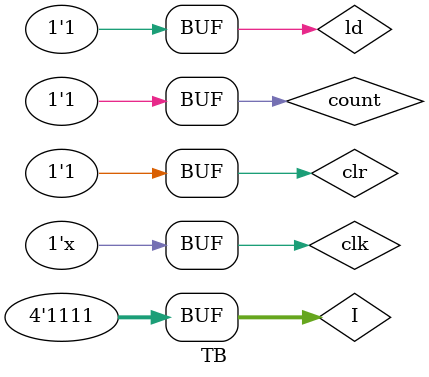
<source format=v>
`timescale 1ns/1ps
`include "project1.v"


module TB();
reg [3:0]I;
reg ld;
reg clr;
reg clk;
reg count;
wire carry;
wire [3:0] A;


/****************************************************/


binary_counter u(
    .I(I),
    .ld(ld),
    .clr(clr),
    .clk(clk),
    .count(count),
    .carry(carry),
    .A(A)
);


/*****************************************************/


initial 
begin
  $dumpfile("TB.vcd");
  $dumpvars(0,TB);

  clk=1; I=4'b010; clr=0; ld=0; count=0; #100;
  clk=1; clr=0; ld=0; count=1; #200;
  I=4'b1111; ld=1; clk=1;  clr=0; #80;
  clk=1;  clr=1; #70;
end

always #5 clk=~clk;
endmodule
</source>
